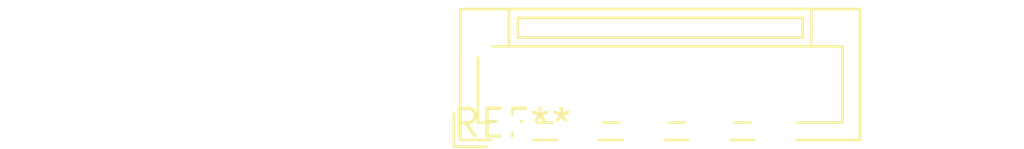
<source format=kicad_pcb>
(kicad_pcb (version 20240108) (generator pcbnew)
  (layers (0 "F.Cu" signal) (31 "B.Cu" signal) (34 "B.Paste" user) (35 "F.Paste" user) (36 "B.SilkS" user "B.Silkscreen") (37 "F.SilkS" user "F.Silkscreen") (38 "B.Mask" user) (39 "F.Mask" user) (44 "Edge.Cuts" user))
  (net 0 "")
  (footprint "JST_ZE_B10B-ZESK-1D_1x10_P1.50mm_Vertical" (layer "F.Cu") (at 0 0)
    (property "Reference" "REF**")
    (property "Value" "JST_ZE_B10B-ZESK-1D_1x10_P1.50mm_Vertical")
    (fp_line (start -2.66 -0.44) (end -2.66 1.06) (layer "F.SilkS") (stroke (width 0.12)))
    (fp_line (start -2.66 1.06) (end -1.16 1.06) (layer "F.SilkS") (stroke (width 0.12)))
    (fp_line (start -2.36 -5.21) (end 15.86 -5.21) (layer "F.SilkS") (stroke (width 0.12)))
    (fp_line (start -2.36 0.76) (end -2.36 -5.21) (layer "F.SilkS") (stroke (width 0.12)))
    (fp_line (start -1.56 -3) (end -1.56 -0.04) (layer "F.SilkS") (stroke (width 0.12)))
    (fp_line (start -1.56 -0.04) (end -1 -0.04) (layer "F.SilkS") (stroke (width 0.12)))
    (fp_line (start -0.96 0.76) (end -2.36 0.76) (layer "F.SilkS") (stroke (width 0.12)))
    (fp_line (start -0.14 -5.21) (end -0.14 -3.51) (layer "F.SilkS") (stroke (width 0.12)))
    (fp_line (start -0.14 -3.51) (end -0.9 -3.51) (layer "F.SilkS") (stroke (width 0.12)))
    (fp_line (start -0.14 -3.51) (end 13.64 -3.51) (layer "F.SilkS") (stroke (width 0.12)))
    (fp_line (start 0.26 -4.81) (end 0.26 -3.91) (layer "F.SilkS") (stroke (width 0.12)))
    (fp_line (start 0.26 -3.91) (end 13.24 -3.91) (layer "F.SilkS") (stroke (width 0.12)))
    (fp_line (start 0.96 0.76) (end 2.04 0.76) (layer "F.SilkS") (stroke (width 0.12)))
    (fp_line (start 1.135 -0.04) (end 1.865 -0.04) (layer "F.SilkS") (stroke (width 0.12)))
    (fp_line (start 3.96 0.76) (end 5.04 0.76) (layer "F.SilkS") (stroke (width 0.12)))
    (fp_line (start 4.135 -0.04) (end 4.865 -0.04) (layer "F.SilkS") (stroke (width 0.12)))
    (fp_line (start 6.96 0.76) (end 8.04 0.76) (layer "F.SilkS") (stroke (width 0.12)))
    (fp_line (start 7.135 -0.04) (end 7.865 -0.04) (layer "F.SilkS") (stroke (width 0.12)))
    (fp_line (start 9.96 0.76) (end 11.04 0.76) (layer "F.SilkS") (stroke (width 0.12)))
    (fp_line (start 10.135 -0.04) (end 10.865 -0.04) (layer "F.SilkS") (stroke (width 0.12)))
    (fp_line (start 13.24 -4.81) (end 0.26 -4.81) (layer "F.SilkS") (stroke (width 0.12)))
    (fp_line (start 13.24 -3.91) (end 13.24 -4.81) (layer "F.SilkS") (stroke (width 0.12)))
    (fp_line (start 13.64 -5.21) (end -0.14 -5.21) (layer "F.SilkS") (stroke (width 0.12)))
    (fp_line (start 13.64 -3.51) (end 13.64 -5.21) (layer "F.SilkS") (stroke (width 0.12)))
    (fp_line (start 13.64 -3.51) (end 15.06 -3.51) (layer "F.SilkS") (stroke (width 0.12)))
    (fp_line (start 15.06 -3.51) (end 15.06 -0.04) (layer "F.SilkS") (stroke (width 0.12)))
    (fp_line (start 15.06 -0.04) (end 13 -0.04) (layer "F.SilkS") (stroke (width 0.12)))
    (fp_line (start 15.86 -5.21) (end 15.86 0.76) (layer "F.SilkS") (stroke (width 0.12)))
    (fp_line (start 15.86 0.76) (end 12.96 0.76) (layer "F.SilkS") (stroke (width 0.12)))
    (pad "" np_thru_hole circle (at -1.65 -3.8) (size 0.85 0.85) (drill 0.85) (layers *.Cu *.Mask))
    (pad "1" thru_hole custom (at 0 0) (size 1.117157 1.117157) (drill 0.75) (layers *.Cu *.Mask) (remove_unused_layers) (options (clearance outline) (anchor circle)) (primitives (gr_poly (pts (xy 0.45 -0.225) (xy 0.45 0.625) (xy -0.45 0.625) (xy -0.45 -0.625) (xy 0.05 -0.625)) (width 0.5) (fill yes))))
    (pad "2" thru_hole oval (at 1.5 -2) (size 1.4 1.75) (drill 0.75) (layers *.Cu *.Mask) (remove_unused_layers))
    (pad "3" thru_hole oval (at 3 0) (size 1.4 1.75) (drill 0.75) (layers *.Cu *.Mask) (remove_unused_layers))
    (pad "4" thru_hole oval (at 4.5 -2) (size 1.4 1.75) (drill 0.75) (layers *.Cu *.Mask) (remove_unused_layers))
    (pad "5" thru_hole oval (at 6 0) (size 1.4 1.75) (drill 0.75) (layers *.Cu *.Mask) (remove_unused_layers))
    (pad "6" thru_hole oval (at 7.5 -2) (size 1.4 1.75) (drill 0.75) (layers *.Cu *.Mask) (remove_unused_layers))
    (pad "7" thru_hole oval (at 9 0) (size 1.4 1.75) (drill 0.75) (layers *.Cu *.Mask) (remove_unused_layers))
    (pad "8" thru_hole oval (at 10.5 -2) (size 1.4 1.75) (drill 0.75) (layers *.Cu *.Mask) (remove_unused_layers))
    (pad "9" thru_hole oval (at 12 0) (size 1.4 1.75) (drill 0.75) (layers *.Cu *.Mask) (remove_unused_layers))
    (pad "10" thru_hole oval (at 13.5 -2) (size 1.4 1.75) (drill 0.75) (layers *.Cu *.Mask) (remove_unused_layers))
  )
)
</source>
